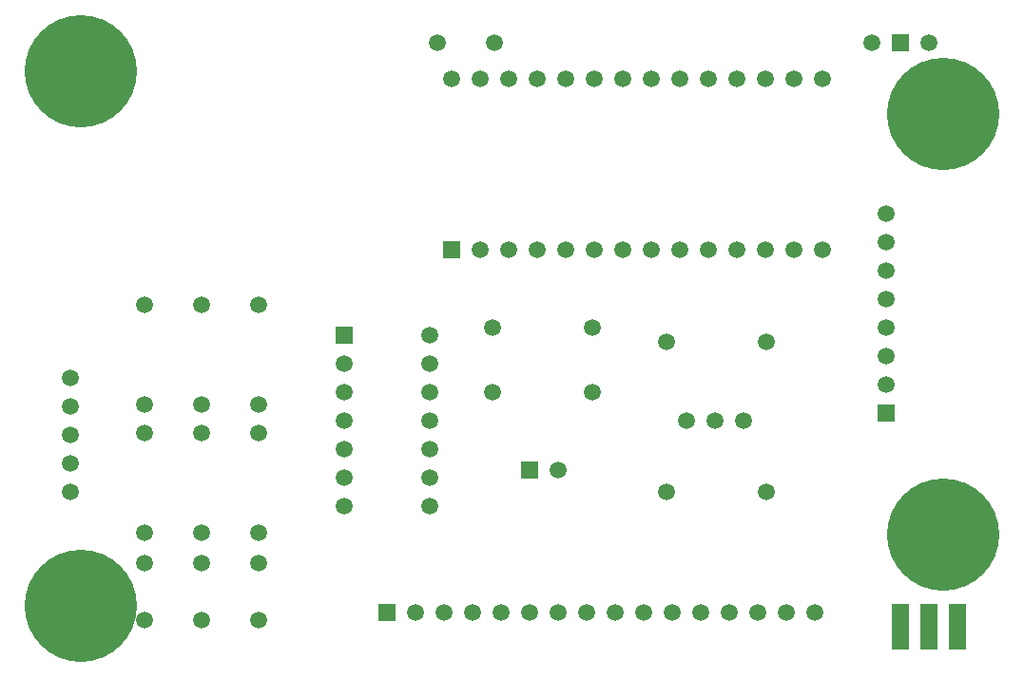
<source format=gts>
G04 #@! TF.FileFunction,Soldermask,Top*
%FSLAX46Y46*%
G04 Gerber Fmt 4.6, Leading zero omitted, Abs format (unit mm)*
G04 Created by KiCad (PCBNEW 4.0.7) date Thursday, 04 January 2018 'PMt' 04:22:12 PM*
%MOMM*%
%LPD*%
G01*
G04 APERTURE LIST*
%ADD10C,0.100000*%
%ADD11C,10.000000*%
%ADD12C,1.500000*%
%ADD13R,1.524000X1.500000*%
%ADD14R,1.500000X1.500000*%
%ADD15R,1.524000X4.064000*%
G04 APERTURE END LIST*
D10*
D11*
X100965000Y-65405000D03*
X100965000Y-113030000D03*
X177800000Y-106680000D03*
X177800000Y-69215000D03*
D12*
X171450000Y-62865000D03*
D13*
X173990000Y-62865000D03*
D12*
X176530000Y-62865000D03*
X132715000Y-62865000D03*
X137795000Y-62865000D03*
X137668000Y-88265000D03*
X146558000Y-88265000D03*
X162052000Y-89535000D03*
X153162000Y-89535000D03*
X162052000Y-102870000D03*
X153162000Y-102870000D03*
D14*
X140970000Y-100965000D03*
D12*
X143510000Y-100965000D03*
X137668000Y-93980000D03*
X146558000Y-93980000D03*
X106680000Y-86233000D03*
X106680000Y-95123000D03*
X111760000Y-86233000D03*
X111760000Y-95123000D03*
X116840000Y-86233000D03*
X116840000Y-95123000D03*
X106680000Y-97663000D03*
X106680000Y-106553000D03*
X111760000Y-97663000D03*
X111760000Y-106553000D03*
X116840000Y-97663000D03*
X116840000Y-106553000D03*
X106680000Y-109220000D03*
X106680000Y-114300000D03*
X111760000Y-109220000D03*
X111760000Y-114300000D03*
X116840000Y-109220000D03*
X116840000Y-114300000D03*
X100076000Y-102870000D03*
X100076000Y-100330000D03*
X100076000Y-97790000D03*
X100076000Y-95250000D03*
X100076000Y-92710000D03*
D15*
X176530000Y-114935000D03*
X173990000Y-114935000D03*
X179070000Y-114935000D03*
D12*
X160020000Y-96520000D03*
X157480000Y-96520000D03*
X154940000Y-96520000D03*
D14*
X133985000Y-81280000D03*
D12*
X136525000Y-81280000D03*
X139065000Y-81280000D03*
X141605000Y-81280000D03*
X144145000Y-81280000D03*
X146685000Y-81280000D03*
X149225000Y-81280000D03*
X151765000Y-81280000D03*
X154305000Y-81280000D03*
X156845000Y-81280000D03*
X159385000Y-81280000D03*
X161925000Y-81280000D03*
X164465000Y-81280000D03*
X167005000Y-81280000D03*
X167005000Y-66040000D03*
X164465000Y-66040000D03*
X161925000Y-66040000D03*
X159385000Y-66040000D03*
X156845000Y-66040000D03*
X154305000Y-66040000D03*
X151765000Y-66040000D03*
X149225000Y-66040000D03*
X146685000Y-66040000D03*
X144145000Y-66040000D03*
X141605000Y-66040000D03*
X139065000Y-66040000D03*
X136525000Y-66040000D03*
X133985000Y-66040000D03*
X172720000Y-78105000D03*
X172720000Y-80645000D03*
X172720000Y-83185000D03*
X172720000Y-85725000D03*
X172720000Y-88265000D03*
X172720000Y-90805000D03*
X172720000Y-93345000D03*
D14*
X172720000Y-95885000D03*
X124460000Y-88900000D03*
D12*
X124460000Y-91440000D03*
X124460000Y-93980000D03*
X124460000Y-96520000D03*
X124460000Y-99060000D03*
X124460000Y-101600000D03*
X124460000Y-104140000D03*
X132080000Y-104140000D03*
X132080000Y-101600000D03*
X132080000Y-99060000D03*
X132080000Y-96520000D03*
X132080000Y-93980000D03*
X132080000Y-91440000D03*
X132080000Y-88900000D03*
D14*
X128270000Y-113665000D03*
D12*
X130810000Y-113665000D03*
X133350000Y-113665000D03*
X135890000Y-113665000D03*
X138430000Y-113665000D03*
X140970000Y-113665000D03*
X143510000Y-113665000D03*
X146050000Y-113665000D03*
X148590000Y-113665000D03*
X151130000Y-113665000D03*
X153670000Y-113665000D03*
X156210000Y-113665000D03*
X158750000Y-113665000D03*
X161290000Y-113665000D03*
X163830000Y-113665000D03*
X166370000Y-113665000D03*
M02*

</source>
